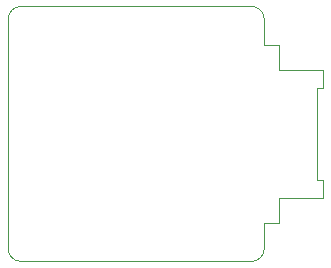
<source format=gbr>
G04*
G04 #@! TF.GenerationSoftware,Altium Limited,Altium Designer,24.7.2 (38)*
G04*
G04 Layer_Color=0*
%FSLAX25Y25*%
%MOIN*%
G70*
G04*
G04 #@! TF.SameCoordinates,0AE953C0-7C88-47E9-B79E-664DAA7B62C1*
G04*
G04*
G04 #@! TF.FilePolarity,Positive*
G04*
G01*
G75*
%ADD80C,0.00100*%
D80*
X131102Y60236D02*
G03*
X135433Y55905I4331J0D01*
G01*
X212205Y55905D01*
D02*
G03*
X216535Y60236I0J4331D01*
G01*
Y68701D01*
X221260D01*
Y77165D01*
X236221D01*
Y83137D01*
X234252D01*
Y113714D01*
X236221D01*
Y119685D01*
X221260D01*
Y128150D01*
X216535D01*
Y136614D01*
D02*
G03*
X212205Y140945I-4331J0D01*
G01*
X135433Y140945D01*
D02*
G03*
X131102Y136614I-0J-4331D01*
G01*
Y60236D01*
M02*

</source>
